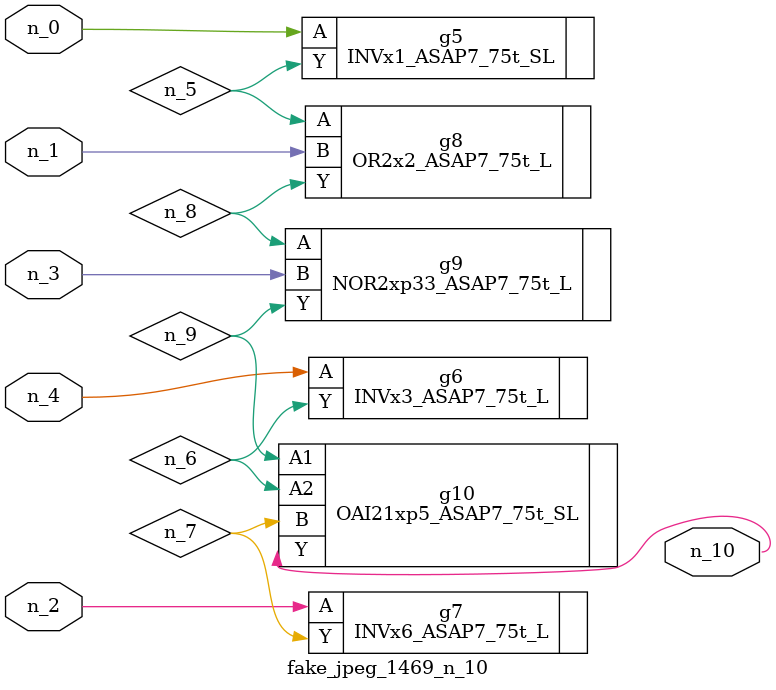
<source format=v>
module fake_jpeg_1469_n_10 (n_3, n_2, n_1, n_0, n_4, n_10);

input n_3;
input n_2;
input n_1;
input n_0;
input n_4;

output n_10;

wire n_8;
wire n_9;
wire n_6;
wire n_5;
wire n_7;

INVx1_ASAP7_75t_SL g5 ( 
.A(n_0),
.Y(n_5)
);

INVx3_ASAP7_75t_L g6 ( 
.A(n_4),
.Y(n_6)
);

INVx6_ASAP7_75t_L g7 ( 
.A(n_2),
.Y(n_7)
);

OR2x2_ASAP7_75t_L g8 ( 
.A(n_5),
.B(n_1),
.Y(n_8)
);

NOR2xp33_ASAP7_75t_L g9 ( 
.A(n_8),
.B(n_3),
.Y(n_9)
);

OAI21xp5_ASAP7_75t_SL g10 ( 
.A1(n_9),
.A2(n_6),
.B(n_7),
.Y(n_10)
);


endmodule
</source>
